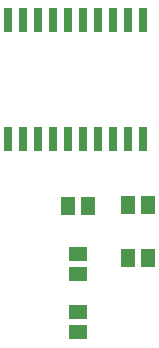
<source format=gtp>
G75*
G70*
%OFA0B0*%
%FSLAX24Y24*%
%IPPOS*%
%LPD*%
%AMOC8*
5,1,8,0,0,1.08239X$1,22.5*
%
%ADD10R,0.0260X0.0800*%
%ADD11R,0.0512X0.0591*%
%ADD12R,0.0591X0.0512*%
D10*
X003677Y019350D03*
X004177Y019350D03*
X004677Y019350D03*
X005177Y019350D03*
X005677Y019350D03*
X006177Y019350D03*
X006677Y019350D03*
X007177Y019350D03*
X007677Y019350D03*
X008177Y019350D03*
X008177Y023310D03*
X007677Y023310D03*
X007177Y023310D03*
X006677Y023310D03*
X006177Y023310D03*
X005677Y023310D03*
X005177Y023310D03*
X004677Y023310D03*
X004177Y023310D03*
X003677Y023310D03*
D11*
X005677Y017118D03*
X006346Y017118D03*
X007678Y017124D03*
X008347Y017124D03*
X008358Y015378D03*
X007688Y015378D03*
D12*
X006035Y012905D03*
X006035Y013575D03*
X006030Y014831D03*
X006030Y015500D03*
M02*

</source>
